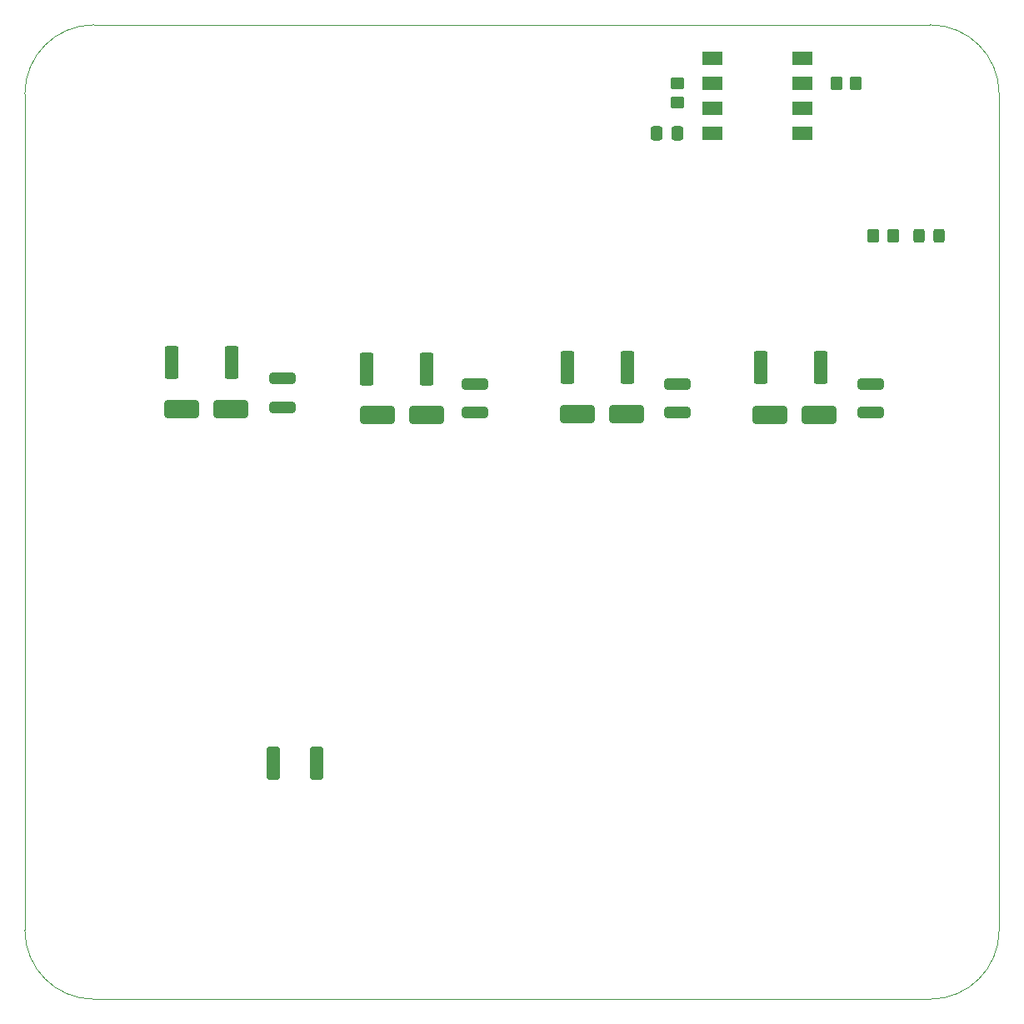
<source format=gtp>
G04 #@! TF.GenerationSoftware,KiCad,Pcbnew,7.0.7+dfsg-1*
G04 #@! TF.CreationDate,2024-09-28T12:23:03+02:00*
G04 #@! TF.ProjectId,evo-cube-pulseboard,65766f2d-6375-4626-952d-70756c736562,rev?*
G04 #@! TF.SameCoordinates,Original*
G04 #@! TF.FileFunction,Paste,Top*
G04 #@! TF.FilePolarity,Positive*
%FSLAX46Y46*%
G04 Gerber Fmt 4.6, Leading zero omitted, Abs format (unit mm)*
G04 Created by KiCad (PCBNEW 7.0.7+dfsg-1) date 2024-09-28 12:23:03*
%MOMM*%
%LPD*%
G01*
G04 APERTURE LIST*
G04 Aperture macros list*
%AMRoundRect*
0 Rectangle with rounded corners*
0 $1 Rounding radius*
0 $2 $3 $4 $5 $6 $7 $8 $9 X,Y pos of 4 corners*
0 Add a 4 corners polygon primitive as box body*
4,1,4,$2,$3,$4,$5,$6,$7,$8,$9,$2,$3,0*
0 Add four circle primitives for the rounded corners*
1,1,$1+$1,$2,$3*
1,1,$1+$1,$4,$5*
1,1,$1+$1,$6,$7*
1,1,$1+$1,$8,$9*
0 Add four rect primitives between the rounded corners*
20,1,$1+$1,$2,$3,$4,$5,0*
20,1,$1+$1,$4,$5,$6,$7,0*
20,1,$1+$1,$6,$7,$8,$9,0*
20,1,$1+$1,$8,$9,$2,$3,0*%
G04 Aperture macros list end*
%ADD10RoundRect,0.249999X0.450001X1.425001X-0.450001X1.425001X-0.450001X-1.425001X0.450001X-1.425001X0*%
%ADD11R,2.100000X1.450000*%
%ADD12RoundRect,0.250000X1.075000X-0.312500X1.075000X0.312500X-1.075000X0.312500X-1.075000X-0.312500X0*%
%ADD13RoundRect,0.250000X0.400000X1.450000X-0.400000X1.450000X-0.400000X-1.450000X0.400000X-1.450000X0*%
%ADD14RoundRect,0.250000X0.450000X-0.350000X0.450000X0.350000X-0.450000X0.350000X-0.450000X-0.350000X0*%
%ADD15RoundRect,0.250000X0.350000X0.450000X-0.350000X0.450000X-0.350000X-0.450000X0.350000X-0.450000X0*%
%ADD16RoundRect,0.250000X-1.500000X-0.650000X1.500000X-0.650000X1.500000X0.650000X-1.500000X0.650000X0*%
%ADD17RoundRect,0.250000X0.337500X0.475000X-0.337500X0.475000X-0.337500X-0.475000X0.337500X-0.475000X0*%
%ADD18RoundRect,0.250000X-0.350000X-0.450000X0.350000X-0.450000X0.350000X0.450000X-0.350000X0.450000X0*%
%ADD19RoundRect,0.250000X0.325000X0.450000X-0.325000X0.450000X-0.325000X-0.450000X0.325000X-0.450000X0*%
G04 #@! TA.AperFunction,Profile*
%ADD20C,0.100000*%
G04 #@! TD*
G04 APERTURE END LIST*
D10*
X63427550Y-59953000D03*
X57327550Y-59953000D03*
D11*
X101578000Y-36017200D03*
X101578000Y-33477200D03*
X101578000Y-30937200D03*
X101578000Y-28397200D03*
X92478000Y-28397200D03*
X92478000Y-30937200D03*
X92478000Y-33477200D03*
X92478000Y-36017200D03*
D12*
X108559600Y-64403700D03*
X108559600Y-61478700D03*
D13*
X52252800Y-100050600D03*
X47802800Y-100050600D03*
D10*
X43644350Y-59315200D03*
X37544350Y-59315200D03*
D14*
X88874600Y-32911800D03*
X88874600Y-30911800D03*
D15*
X110829600Y-46405800D03*
X108829600Y-46405800D03*
D16*
X38487950Y-64065000D03*
X43487950Y-64065000D03*
X58459750Y-64626600D03*
X63459750Y-64626600D03*
D12*
X88947400Y-64389000D03*
X88947400Y-61464000D03*
D16*
X98341150Y-64626600D03*
X103341150Y-64626600D03*
D17*
X88870700Y-35991800D03*
X86795700Y-35991800D03*
D12*
X68289600Y-64414400D03*
X68289600Y-61489400D03*
D16*
X78779750Y-64575800D03*
X83779750Y-64575800D03*
D10*
X83798350Y-59800600D03*
X77698350Y-59800600D03*
D12*
X48742600Y-63842100D03*
X48742600Y-60917100D03*
D18*
X105054400Y-30937200D03*
X107054400Y-30937200D03*
D19*
X115477400Y-46405800D03*
X113427400Y-46405800D03*
D10*
X103461350Y-59800600D03*
X97361350Y-59800600D03*
D20*
X121600000Y-67056000D02*
X121600000Y-117000000D01*
X22600000Y-117000000D02*
X22600000Y-32000000D01*
X29600000Y-25000000D02*
G75*
G03*
X22600000Y-32000000I0J-7000000D01*
G01*
X114600000Y-124000000D02*
G75*
G03*
X121600000Y-117000000I0J7000000D01*
G01*
X29600000Y-25000000D02*
X114600000Y-25000000D01*
X121600000Y-32000000D02*
X121600000Y-67056000D01*
X121600000Y-32000000D02*
G75*
G03*
X114600000Y-25000000I-7000000J0D01*
G01*
X22600000Y-117000000D02*
G75*
G03*
X29600000Y-124000000I7000000J0D01*
G01*
X114600000Y-124000000D02*
X29600000Y-124000000D01*
M02*

</source>
